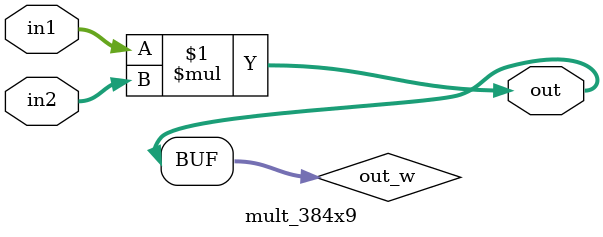
<source format=v>

module mult_384x9(out, in1, in2);

input [383:0] in1;
input [8:0] in2;
output [392:0] out;

(* multstyle = "dsp" *) wire [392:0] out_w;

assign out_w = in1 * in2;
assign out = out_w;

endmodule

</source>
